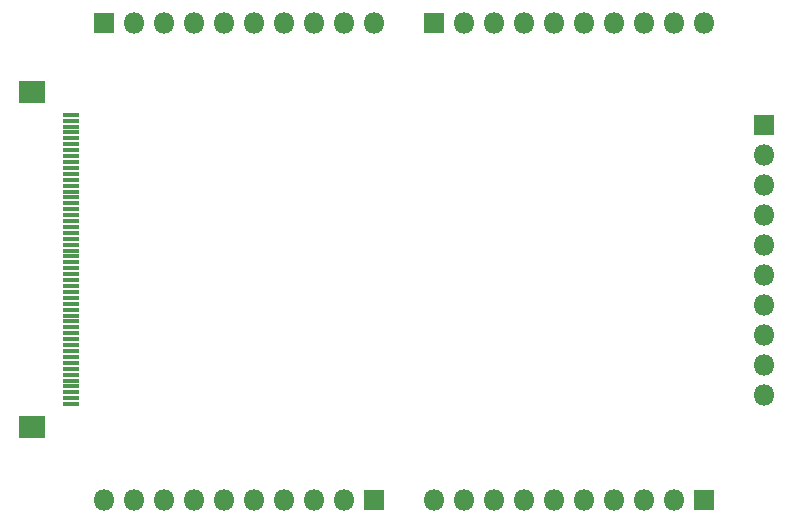
<source format=gbr>
%TF.GenerationSoftware,KiCad,Pcbnew,(5.1.6)-1*%
%TF.CreationDate,2020-12-27T15:21:12+01:00*%
%TF.ProjectId,XY_ADAPTER_FPC50,58595f41-4441-4505-9445-525f46504335,rev?*%
%TF.SameCoordinates,Original*%
%TF.FileFunction,Soldermask,Top*%
%TF.FilePolarity,Negative*%
%FSLAX46Y46*%
G04 Gerber Fmt 4.6, Leading zero omitted, Abs format (unit mm)*
G04 Created by KiCad (PCBNEW (5.1.6)-1) date 2020-12-27 15:21:12*
%MOMM*%
%LPD*%
G01*
G04 APERTURE LIST*
%ADD10R,1.400000X0.400000*%
%ADD11R,2.300000X1.900000*%
%ADD12O,1.800000X1.800000*%
%ADD13R,1.800000X1.800000*%
G04 APERTURE END LIST*
D10*
%TO.C,J1*%
X71810000Y-112210000D03*
X71810000Y-111710000D03*
X71810000Y-111210000D03*
X71810000Y-110710000D03*
X71810000Y-110210000D03*
X71810000Y-109710000D03*
X71810000Y-109210000D03*
X71810000Y-108710000D03*
X71810000Y-108210000D03*
X71810000Y-107710000D03*
X71810000Y-107210000D03*
X71810000Y-106710000D03*
X71810000Y-106210000D03*
X71810000Y-105710000D03*
X71810000Y-105210000D03*
X71810000Y-104710000D03*
X71810000Y-104210000D03*
X71810000Y-103710000D03*
X71810000Y-103210000D03*
X71810000Y-102710000D03*
X71810000Y-102210000D03*
X71810000Y-101710000D03*
X71810000Y-101210000D03*
X71810000Y-100710000D03*
X71810000Y-100210000D03*
X71810000Y-99710000D03*
X71810000Y-99210000D03*
X71810000Y-98710000D03*
X71810000Y-98210000D03*
X71810000Y-97710000D03*
X71810000Y-97210000D03*
X71810000Y-96710000D03*
X71810000Y-96210000D03*
X71810000Y-95710000D03*
X71810000Y-95210000D03*
X71810000Y-94710000D03*
X71810000Y-94210000D03*
X71810000Y-93710000D03*
X71810000Y-93210000D03*
X71810000Y-92710000D03*
X71810000Y-92210000D03*
X71810000Y-91710000D03*
X71810000Y-91210000D03*
X71810000Y-90710000D03*
X71810000Y-90210000D03*
X71810000Y-89710000D03*
X71810000Y-89210000D03*
X71810000Y-88710000D03*
X71810000Y-88210000D03*
X71810000Y-87710000D03*
D11*
X68560000Y-85810000D03*
X68560000Y-114110000D03*
%TD*%
D12*
%TO.C,J6*%
X74600000Y-120320000D03*
X77140000Y-120320000D03*
X79680000Y-120320000D03*
X82220000Y-120320000D03*
X84760000Y-120320000D03*
X87300000Y-120320000D03*
X89840000Y-120320000D03*
X92380000Y-120320000D03*
X94920000Y-120320000D03*
D13*
X97460000Y-120320000D03*
%TD*%
D12*
%TO.C,J5*%
X102540000Y-120320000D03*
X105080000Y-120320000D03*
X107620000Y-120320000D03*
X110160000Y-120320000D03*
X112700000Y-120320000D03*
X115240000Y-120320000D03*
X117780000Y-120320000D03*
X120320000Y-120320000D03*
X122860000Y-120320000D03*
D13*
X125400000Y-120320000D03*
%TD*%
D12*
%TO.C,J4*%
X130480000Y-111430000D03*
X130480000Y-108890000D03*
X130480000Y-106350000D03*
X130480000Y-103810000D03*
X130480000Y-101270000D03*
X130480000Y-98730000D03*
X130480000Y-96190000D03*
X130480000Y-93650000D03*
X130480000Y-91110000D03*
D13*
X130480000Y-88570000D03*
%TD*%
D12*
%TO.C,J3*%
X125400000Y-79960000D03*
X122860000Y-79960000D03*
X120320000Y-79960000D03*
X117780000Y-79960000D03*
X115240000Y-79960000D03*
X112700000Y-79960000D03*
X110160000Y-79960000D03*
X107620000Y-79960000D03*
X105080000Y-79960000D03*
D13*
X102540000Y-79960000D03*
%TD*%
D12*
%TO.C,J2*%
X97460000Y-79960000D03*
X94920000Y-79960000D03*
X92380000Y-79960000D03*
X89840000Y-79960000D03*
X87300000Y-79960000D03*
X84760000Y-79960000D03*
X82220000Y-79960000D03*
X79680000Y-79960000D03*
X77140000Y-79960000D03*
D13*
X74600000Y-79960000D03*
%TD*%
M02*

</source>
